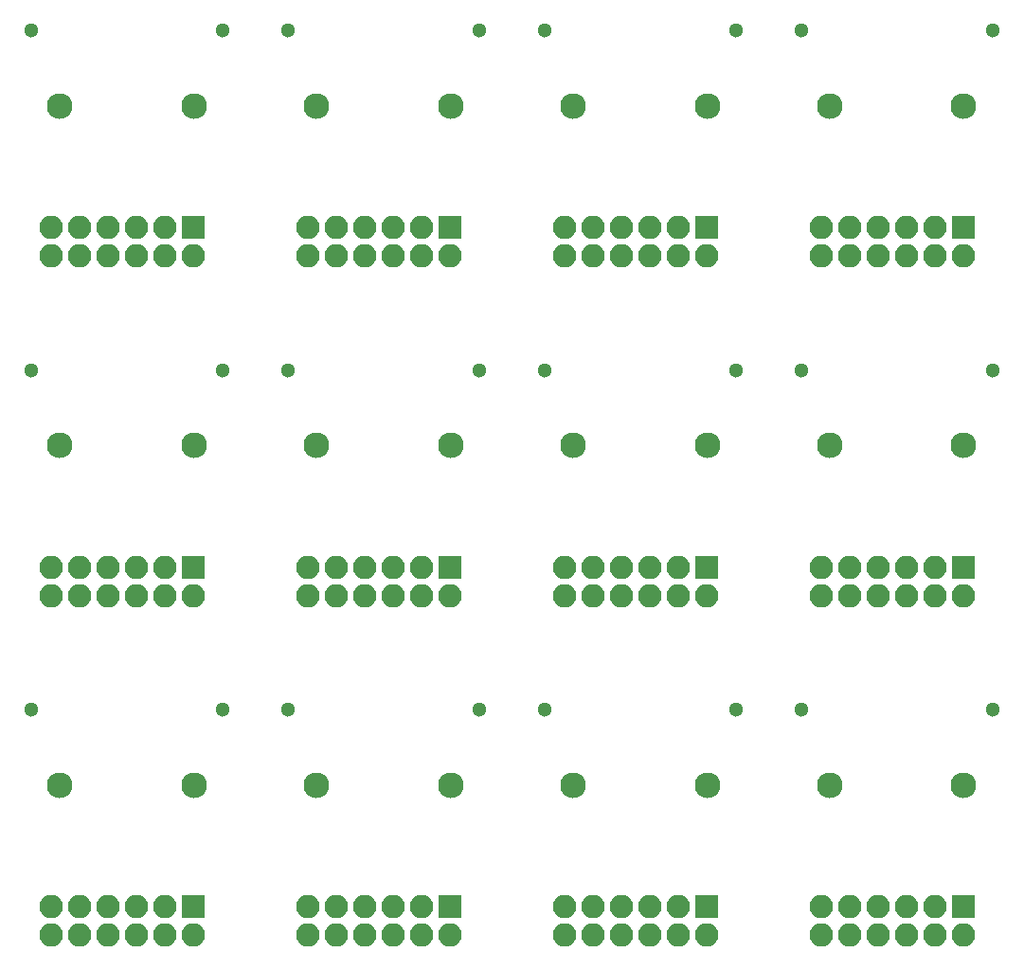
<source format=gbs>
%MOIN*%
%OFA0B0*%
%FSLAX46Y46*%
%IPPOS*%
%LPD*%
%ADD10C,0.0039370078740157488*%
%ADD11C,0.051181102362204731*%
%ADD12C,0.0905511811023622*%
%ADD13R,0.082677165354330714X0.082677165354330714*%
%ADD14O,0.082677165354330714X0.082677165354330714*%
%ADD25C,0.0039370078740157488*%
%ADD26C,0.051181102362204731*%
%ADD27C,0.0905511811023622*%
%ADD28R,0.082677165354330714X0.082677165354330714*%
%ADD29O,0.082677165354330714X0.082677165354330714*%
%ADD30C,0.0039370078740157488*%
%ADD31C,0.051181102362204731*%
%ADD32C,0.0905511811023622*%
%ADD33R,0.082677165354330714X0.082677165354330714*%
%ADD34O,0.082677165354330714X0.082677165354330714*%
%ADD35C,0.0039370078740157488*%
%ADD36C,0.051181102362204731*%
%ADD37C,0.0905511811023622*%
%ADD38R,0.082677165354330714X0.082677165354330714*%
%ADD39O,0.082677165354330714X0.082677165354330714*%
%ADD40C,0.0039370078740157488*%
%ADD41C,0.051181102362204731*%
%ADD42C,0.0905511811023622*%
%ADD43R,0.082677165354330714X0.082677165354330714*%
%ADD44O,0.082677165354330714X0.082677165354330714*%
%ADD45C,0.0039370078740157488*%
%ADD46C,0.051181102362204731*%
%ADD47C,0.0905511811023622*%
%ADD48R,0.082677165354330714X0.082677165354330714*%
%ADD49O,0.082677165354330714X0.082677165354330714*%
%ADD50C,0.0039370078740157488*%
%ADD51C,0.051181102362204731*%
%ADD52C,0.0905511811023622*%
%ADD53R,0.082677165354330714X0.082677165354330714*%
%ADD54O,0.082677165354330714X0.082677165354330714*%
%ADD55C,0.0039370078740157488*%
%ADD56C,0.051181102362204731*%
%ADD57C,0.0905511811023622*%
%ADD58R,0.082677165354330714X0.082677165354330714*%
%ADD59O,0.082677165354330714X0.082677165354330714*%
%ADD60C,0.0039370078740157488*%
%ADD61C,0.051181102362204731*%
%ADD62C,0.0905511811023622*%
%ADD63R,0.082677165354330714X0.082677165354330714*%
%ADD64O,0.082677165354330714X0.082677165354330714*%
%ADD65C,0.0039370078740157488*%
%ADD66C,0.051181102362204731*%
%ADD67C,0.0905511811023622*%
%ADD68R,0.082677165354330714X0.082677165354330714*%
%ADD69O,0.082677165354330714X0.082677165354330714*%
%ADD70C,0.0039370078740157488*%
%ADD71C,0.051181102362204731*%
%ADD72C,0.0905511811023622*%
%ADD73R,0.082677165354330714X0.082677165354330714*%
%ADD74O,0.082677165354330714X0.082677165354330714*%
%ADD75C,0.0039370078740157488*%
%ADD76C,0.051181102362204731*%
%ADD77C,0.0905511811023622*%
%ADD78R,0.082677165354330714X0.082677165354330714*%
%ADD79O,0.082677165354330714X0.082677165354330714*%
G01G01*
D10*
D11*
X0000002500Y0000000000D02*
X0000724921Y0000852775D03*
D12*
X0000622559Y0000587421D03*
X0000150511Y0000587421D03*
D11*
X0000051692Y0000852775D03*
D13*
X0000620000Y0000160019D03*
D14*
X0000620000Y0000060019D03*
X0000520000Y0000160019D03*
X0000520000Y0000060019D03*
X0000420000Y0000160019D03*
X0000420000Y0000060019D03*
X0000320000Y0000160019D03*
X0000320000Y0000060019D03*
X0000220000Y0000160019D03*
X0000220000Y0000060019D03*
X0000120000Y0000160019D03*
X0000120000Y0000060019D03*
G04 next file*
G04 #@! TF.FileFunction,Soldermask,Bot*
G04 Gerber Fmt 4.6, Leading zero omitted, Abs format (unit mm)*
G04 Created by KiCad (PCBNEW 4.0.4-stable) date 05/23/17 22:39:59*
G01G01*
G04 APERTURE LIST*
G04 APERTURE END LIST*
D25*
D26*
X0000002500Y0001195610D02*
X0000724921Y0002048385D03*
D27*
X0000622559Y0001783031D03*
X0000150511Y0001783031D03*
D26*
X0000051692Y0002048385D03*
D28*
X0000620000Y0001355629D03*
D29*
X0000620000Y0001255629D03*
X0000520000Y0001355629D03*
X0000520000Y0001255629D03*
X0000420000Y0001355629D03*
X0000420000Y0001255629D03*
X0000320000Y0001355629D03*
X0000320000Y0001255629D03*
X0000220000Y0001355629D03*
X0000220000Y0001255629D03*
X0000120000Y0001355629D03*
X0000120000Y0001255629D03*
G04 next file*
G04 #@! TF.FileFunction,Soldermask,Bot*
G04 Gerber Fmt 4.6, Leading zero omitted, Abs format (unit mm)*
G04 Created by KiCad (PCBNEW 4.0.4-stable) date 05/23/17 22:39:59*
G01G01*
G04 APERTURE LIST*
G04 APERTURE END LIST*
D30*
D31*
X0000002500Y0002391220D02*
X0000724921Y0003243996D03*
D32*
X0000622559Y0002978641D03*
X0000150511Y0002978641D03*
D31*
X0000051692Y0003243996D03*
D33*
X0000620000Y0002551240D03*
D34*
X0000620000Y0002451240D03*
X0000520000Y0002551240D03*
X0000520000Y0002451240D03*
X0000420000Y0002551240D03*
X0000420000Y0002451240D03*
X0000320000Y0002551240D03*
X0000320000Y0002451240D03*
X0000220000Y0002551240D03*
X0000220000Y0002451240D03*
X0000120000Y0002551240D03*
X0000120000Y0002451240D03*
G04 next file*
G04 #@! TF.FileFunction,Soldermask,Bot*
G04 Gerber Fmt 4.6, Leading zero omitted, Abs format (unit mm)*
G04 Created by KiCad (PCBNEW 4.0.4-stable) date 05/23/17 22:39:59*
G01G01*
G04 APERTURE LIST*
G04 APERTURE END LIST*
D35*
D36*
X0000905610Y0000000000D02*
X0001628031Y0000852775D03*
D37*
X0001525669Y0000587421D03*
X0001053622Y0000587421D03*
D36*
X0000954803Y0000852775D03*
D38*
X0001523110Y0000160019D03*
D39*
X0001523110Y0000060019D03*
X0001423110Y0000160019D03*
X0001423110Y0000060019D03*
X0001323110Y0000160019D03*
X0001323110Y0000060019D03*
X0001223110Y0000160019D03*
X0001223110Y0000060019D03*
X0001123110Y0000160019D03*
X0001123110Y0000060019D03*
X0001023110Y0000160019D03*
X0001023110Y0000060019D03*
G04 next file*
G04 #@! TF.FileFunction,Soldermask,Bot*
G04 Gerber Fmt 4.6, Leading zero omitted, Abs format (unit mm)*
G04 Created by KiCad (PCBNEW 4.0.4-stable) date 05/23/17 22:39:59*
G01G01*
G04 APERTURE LIST*
G04 APERTURE END LIST*
D40*
D41*
X0001808720Y0000000000D02*
X0002531141Y0000852775D03*
D42*
X0002428779Y0000587421D03*
X0001956732Y0000587421D03*
D41*
X0001857913Y0000852775D03*
D43*
X0002426220Y0000160019D03*
D44*
X0002426220Y0000060019D03*
X0002326220Y0000160019D03*
X0002326220Y0000060019D03*
X0002226220Y0000160019D03*
X0002226220Y0000060019D03*
X0002126220Y0000160019D03*
X0002126220Y0000060019D03*
X0002026220Y0000160019D03*
X0002026220Y0000060019D03*
X0001926220Y0000160019D03*
X0001926220Y0000060019D03*
G04 next file*
G04 #@! TF.FileFunction,Soldermask,Bot*
G04 Gerber Fmt 4.6, Leading zero omitted, Abs format (unit mm)*
G04 Created by KiCad (PCBNEW 4.0.4-stable) date 05/23/17 22:39:59*
G01G01*
G04 APERTURE LIST*
G04 APERTURE END LIST*
D45*
D46*
X0002711830Y0000000000D02*
X0003434251Y0000852775D03*
D47*
X0003331889Y0000587421D03*
X0002859842Y0000587421D03*
D46*
X0002761023Y0000852775D03*
D48*
X0003329330Y0000160019D03*
D49*
X0003329330Y0000060019D03*
X0003229330Y0000160019D03*
X0003229330Y0000060019D03*
X0003129330Y0000160019D03*
X0003129330Y0000060019D03*
X0003029330Y0000160019D03*
X0003029330Y0000060019D03*
X0002929330Y0000160019D03*
X0002929330Y0000060019D03*
X0002829330Y0000160019D03*
X0002829330Y0000060019D03*
G04 next file*
G04 #@! TF.FileFunction,Soldermask,Bot*
G04 Gerber Fmt 4.6, Leading zero omitted, Abs format (unit mm)*
G04 Created by KiCad (PCBNEW 4.0.4-stable) date 05/23/17 22:39:59*
G01G01*
G04 APERTURE LIST*
G04 APERTURE END LIST*
D50*
D51*
X0000905610Y0001195610D02*
X0001628031Y0002048385D03*
D52*
X0001525669Y0001783031D03*
X0001053622Y0001783031D03*
D51*
X0000954803Y0002048385D03*
D53*
X0001523110Y0001355629D03*
D54*
X0001523110Y0001255629D03*
X0001423110Y0001355629D03*
X0001423110Y0001255629D03*
X0001323110Y0001355629D03*
X0001323110Y0001255629D03*
X0001223110Y0001355629D03*
X0001223110Y0001255629D03*
X0001123110Y0001355629D03*
X0001123110Y0001255629D03*
X0001023110Y0001355629D03*
X0001023110Y0001255629D03*
G04 next file*
G04 #@! TF.FileFunction,Soldermask,Bot*
G04 Gerber Fmt 4.6, Leading zero omitted, Abs format (unit mm)*
G04 Created by KiCad (PCBNEW 4.0.4-stable) date 05/23/17 22:39:59*
G01G01*
G04 APERTURE LIST*
G04 APERTURE END LIST*
D55*
D56*
X0000905610Y0002391220D02*
X0001628031Y0003243996D03*
D57*
X0001525669Y0002978641D03*
X0001053622Y0002978641D03*
D56*
X0000954803Y0003243996D03*
D58*
X0001523110Y0002551240D03*
D59*
X0001523110Y0002451240D03*
X0001423110Y0002551240D03*
X0001423110Y0002451240D03*
X0001323110Y0002551240D03*
X0001323110Y0002451240D03*
X0001223110Y0002551240D03*
X0001223110Y0002451240D03*
X0001123110Y0002551240D03*
X0001123110Y0002451240D03*
X0001023110Y0002551240D03*
X0001023110Y0002451240D03*
G04 next file*
G04 #@! TF.FileFunction,Soldermask,Bot*
G04 Gerber Fmt 4.6, Leading zero omitted, Abs format (unit mm)*
G04 Created by KiCad (PCBNEW 4.0.4-stable) date 05/23/17 22:39:59*
G01G01*
G04 APERTURE LIST*
G04 APERTURE END LIST*
D60*
D61*
X0001808720Y0001195610D02*
X0002531141Y0002048385D03*
D62*
X0002428779Y0001783031D03*
X0001956732Y0001783031D03*
D61*
X0001857913Y0002048385D03*
D63*
X0002426220Y0001355629D03*
D64*
X0002426220Y0001255629D03*
X0002326220Y0001355629D03*
X0002326220Y0001255629D03*
X0002226220Y0001355629D03*
X0002226220Y0001255629D03*
X0002126220Y0001355629D03*
X0002126220Y0001255629D03*
X0002026220Y0001355629D03*
X0002026220Y0001255629D03*
X0001926220Y0001355629D03*
X0001926220Y0001255629D03*
G04 next file*
G04 #@! TF.FileFunction,Soldermask,Bot*
G04 Gerber Fmt 4.6, Leading zero omitted, Abs format (unit mm)*
G04 Created by KiCad (PCBNEW 4.0.4-stable) date 05/23/17 22:39:59*
G01G01*
G04 APERTURE LIST*
G04 APERTURE END LIST*
D65*
D66*
X0002711830Y0001195610D02*
X0003434251Y0002048385D03*
D67*
X0003331889Y0001783031D03*
X0002859842Y0001783031D03*
D66*
X0002761023Y0002048385D03*
D68*
X0003329330Y0001355629D03*
D69*
X0003329330Y0001255629D03*
X0003229330Y0001355629D03*
X0003229330Y0001255629D03*
X0003129330Y0001355629D03*
X0003129330Y0001255629D03*
X0003029330Y0001355629D03*
X0003029330Y0001255629D03*
X0002929330Y0001355629D03*
X0002929330Y0001255629D03*
X0002829330Y0001355629D03*
X0002829330Y0001255629D03*
G04 next file*
G04 #@! TF.FileFunction,Soldermask,Bot*
G04 Gerber Fmt 4.6, Leading zero omitted, Abs format (unit mm)*
G04 Created by KiCad (PCBNEW 4.0.4-stable) date 05/23/17 22:39:59*
G01G01*
G04 APERTURE LIST*
G04 APERTURE END LIST*
D70*
D71*
X0001808720Y0002391220D02*
X0002531141Y0003243996D03*
D72*
X0002428779Y0002978641D03*
X0001956732Y0002978641D03*
D71*
X0001857913Y0003243996D03*
D73*
X0002426220Y0002551240D03*
D74*
X0002426220Y0002451240D03*
X0002326220Y0002551240D03*
X0002326220Y0002451240D03*
X0002226220Y0002551240D03*
X0002226220Y0002451240D03*
X0002126220Y0002551240D03*
X0002126220Y0002451240D03*
X0002026220Y0002551240D03*
X0002026220Y0002451240D03*
X0001926220Y0002551240D03*
X0001926220Y0002451240D03*
G04 next file*
G04 #@! TF.FileFunction,Soldermask,Bot*
G04 Gerber Fmt 4.6, Leading zero omitted, Abs format (unit mm)*
G04 Created by KiCad (PCBNEW 4.0.4-stable) date 05/23/17 22:39:59*
G01G01*
G04 APERTURE LIST*
G04 APERTURE END LIST*
D75*
D76*
X0002711830Y0002391220D02*
X0003434251Y0003243996D03*
D77*
X0003331889Y0002978641D03*
X0002859842Y0002978641D03*
D76*
X0002761023Y0003243996D03*
D78*
X0003329330Y0002551240D03*
D79*
X0003329330Y0002451240D03*
X0003229330Y0002551240D03*
X0003229330Y0002451240D03*
X0003129330Y0002551240D03*
X0003129330Y0002451240D03*
X0003029330Y0002551240D03*
X0003029330Y0002451240D03*
X0002929330Y0002551240D03*
X0002929330Y0002451240D03*
X0002829330Y0002551240D03*
X0002829330Y0002451240D03*
M02*
</source>
